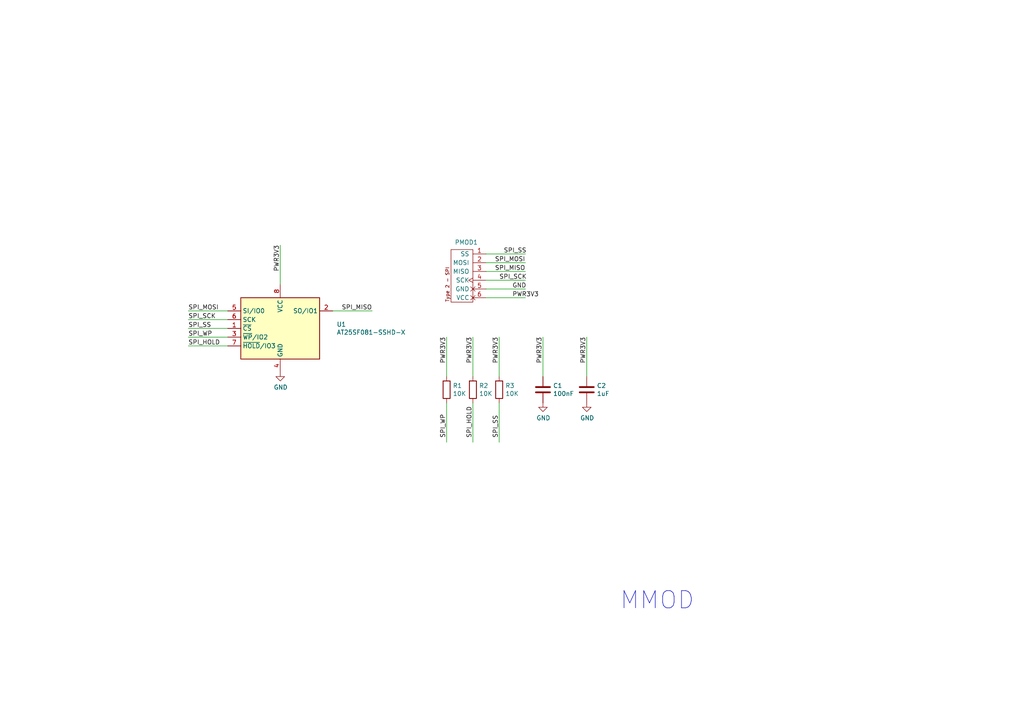
<source format=kicad_sch>
(kicad_sch (version 20211123) (generator eeschema)
  (paper "A4")
  (title_block (title "LD-MMOD-SOIC8W") (date "2023-11-13") (rev "V0") (company "Copyright © 2023 Lone Dynamics Corporation"))
  (lib_symbols
    (symbol "Device:C" (pin_numbers hide) (pin_names (offset 0.254))
      (property "Reference" "C" (at 0.635 2.54 0))
      (property "Value" "C" (at 0.635 -2.54 0))
      (symbol "C_0_1"
        (polyline (pts (xy -2.032 -0.762) (xy 2.032 -0.762)) (stroke (width 0.508)))
        (polyline (pts (xy -2.032 0.762) (xy 2.032 0.762)) (stroke (width 0.508)))
      )
      (symbol "C_1_1"
        (pin passive line (at 0 3.81 270) (length 2.794) (name "~") (number "1"))
        (pin passive line (at 0 -3.81 90) (length 2.794) (name "~") (number "2"))
      )
    )
    (symbol "Device:R" (pin_numbers hide) (pin_names (offset 0))
      (property "Reference" "R" (at 2.032 0 90))
      (property "Value" "R" (at 0 0 90))
      (symbol "R_0_1"
        (rectangle (start -1.016 -2.54) (end 1.016 2.54) (stroke (width 0.254)))
      )
      (symbol "R_1_1"
        (pin passive line (at 0 3.81 270) (length 1.27) (name "~") (number "1"))
        (pin passive line (at 0 -3.81 90) (length 1.27) (name "~") (number "2"))
      )
    )
    (symbol "Memory_Flash:AT25SF081-SSHD-X"
      (property "Reference" "U" (at 2.54 12.7 0))
      (property "Value" "AT25SF081-SSHD-X" (at 10.16 10.16 0))
      (symbol "AT25SF081-SSHD-X_1_1"
        (rectangle (start -11.43 8.89) (end 11.43 -8.89) (stroke (width 0.254)) (fill (type background)))
        (pin input line (at -15.24 0 0) (length 3.81) (name "~{CS}") (number "1"))
        (pin bidirectional line (at 15.24 5.08 180) (length 3.81) (name "SO/IO1") (number "2"))
        (pin bidirectional line (at -15.24 -2.54 0) (length 3.81) (name "~{WP}/IO2") (number "3"))
        (pin power_in line (at 0 -12.7 90) (length 3.81) (name "GND") (number "4"))
        (pin bidirectional line (at -15.24 5.08 0) (length 3.81) (name "SI/IO0") (number "5"))
        (pin input line (at -15.24 2.54 0) (length 3.81) (name "SCK") (number "6"))
        (pin bidirectional line (at -15.24 -5.08 0) (length 3.81) (name "~{HOLD}/IO3") (number "7"))
        (pin power_in line (at 0 12.7 270) (length 3.81) (name "VCC") (number "8"))
      )
    )
    (symbol "pmod:PMOD-Device-x1-Type-2-SPI" (pin_names (offset 1.016))
      (property "Reference" "PMOD" (at -3.302 -1.27 0))
      (symbol "PMOD-Device-x1-Type-2-SPI_0_0"
        (text "Type 2 - SPI" (at -7.366 0 900) (effects (font (size 0.9906 0.9906)) (justify left)))
      )
      (symbol "PMOD-Device-x1-Type-2-SPI_0_1"
        (rectangle (start 0 15.24) (end -6.35 0))
      )
      (symbol "PMOD-Device-x1-Type-2-SPI_1_1"
        (pin output line (at 3.81 13.97 180) (length 3.81) (name "SS") (number "1"))
        (pin output line (at 3.81 11.43 180) (length 3.81) (name "MOSI") (number "2"))
        (pin input line (at 3.81 8.89 180) (length 3.81) (name "MISO") (number "3"))
        (pin output clock (at 3.81 6.35 180) (length 3.81) (name "SCK") (number "4"))
        (pin power_out non_logic (at 3.81 3.81 180) (length 3.81) (name "GND") (number "5"))
        (pin power_out non_logic (at 3.81 1.27 180) (length 3.81) (name "VCC") (number "6"))
      )
    )
    (symbol "power:GND" (power) (pin_names (offset 0))
      (property "Value" "GND" (at 0 -3.81 0))
      (symbol "GND_0_1"
        (polyline (pts (xy 0 0) (xy 0 -1.27) (xy 1.27 -1.27) (xy 0 -2.54) (xy -1.27 -1.27) (xy 0 -1.27)))
      )
      (symbol "GND_1_1"
        (pin power_in line (at 0 0 270) (length 0) hide (name "GND") (number "1"))
      )
    )
  )
  (wire (pts (xy 129.54 128.27) (xy 129.54 116.84)))
  (wire (pts (xy 137.16 128.27) (xy 137.16 116.84)))
  (wire (pts (xy 107.95 90.17) (xy 96.52 90.17)))
  (wire (pts (xy 137.16 109.22) (xy 137.16 97.79)))
  (wire (pts (xy 66.04 100.33) (xy 54.61 100.33)))
  (wire (pts (xy 66.04 92.71) (xy 54.61 92.71)))
  (wire (pts (xy 152.4 76.2) (xy 140.97 76.2)))
  (wire (pts (xy 66.04 90.17) (xy 54.61 90.17)))
  (wire (pts (xy 66.04 97.79) (xy 54.61 97.79)))
  (wire (pts (xy 152.4 81.28) (xy 140.97 81.28)))
  (wire (pts (xy 129.54 109.22) (xy 129.54 97.79)))
  (wire (pts (xy 66.04 95.25) (xy 54.61 95.25)))
  (wire (pts (xy 152.4 86.36) (xy 140.97 86.36)))
  (wire (pts (xy 157.48 109.22) (xy 157.48 97.79)))
  (wire (pts (xy 152.4 78.74) (xy 140.97 78.74)))
  (wire (pts (xy 170.18 109.22) (xy 170.18 97.79)))
  (wire (pts (xy 144.78 109.22) (xy 144.78 97.79)))
  (wire (pts (xy 152.4 83.82) (xy 140.97 83.82)))
  (wire (pts (xy 144.78 128.27) (xy 144.78 116.84)))
  (wire (pts (xy 152.4 73.66) (xy 140.97 73.66)))
  (wire (pts (xy 81.28 82.55) (xy 81.28 71.12)))
  (text "MMOD" (at 179.705 177.165 0) (effects (font (size 5 5)) (justify left bottom)))
  (label "SPI_SS" (at 54.61 95.25 0))
  (label "SPI_MOSI" (at 143.51 76.2 0))
  (label "SPI_WP" (at 129.54 127 90))
  (label "SPI_SCK" (at 144.78 81.28 0))
  (label "PWR3V3" (at 157.48 105.41 90))
  (label "PWR3V3" (at 129.54 105.41 90))
  (label "SPI_MOSI" (at 54.61 90.17 0))
  (label "SPI_HOLD" (at 54.61 100.33 0))
  (label "SPI_WP" (at 54.61 97.79 0))
  (label "SPI_SS" (at 146.05 73.66 0))
  (label "SPI_HOLD" (at 137.16 127 90))
  (label "PWR3V3" (at 144.78 105.41 90))
  (label "PWR3V3" (at 81.28 78.74 90))
  (label "SPI_MISO" (at 99.06 90.17 0))
  (label "SPI_MISO" (at 143.51 78.74 0))
  (label "SPI_SS" (at 144.78 127 90))
  (label "PWR3V3" (at 170.18 105.41 90))
  (label "SPI_SCK" (at 54.61 92.71 0))
  (label "GND" (at 148.59 83.82 0))
  (label "PWR3V3" (at 148.59 86.36 0))
  (label "PWR3V3" (at 137.16 105.41 90))
  (symbol (lib_id "Memory_Flash:AT25SF081-SSHD-X") (at 81.28 95.25 0) (unit 1)
    (property "Reference" "U1" (at 97.6376 94.0816 0) (effects (justify left)))
    (property "Value" "AT25SF081-SSHD-X" (at 97.6376 96.393 0) (effects (justify left)))
    (property "Footprint" "Package_SO:SOIC-8W_5.3x5.3mm_P1.27mm" (effects hide))
    (property "Datasheet" "https://www.adestotech.com/wp-content/uploads/DS-AT25SF081_045.pdf" (effects hide))
  )
  (symbol (lib_id "pmod:PMOD-Device-x1-Type-2-SPI") (at 137.16 87.63 0) (unit 1)
    (property "Reference" "PMOD1" (at 135.255 70.2818 0))
    (property "Value" "PMOD-Device-x1-Type-2-SPI" (effects hide))
    (property "Footprint" "Connector_PinHeader_2.54mm:PinHeader_1x06_P2.54mm_Horizontal" (effects hide))
  )
  (symbol (lib_id "Device:R") (at 129.54 113.03 0) (unit 1)
    (property "Reference" "R1" (at 131.318 111.8616 0) (effects (justify left)))
    (property "Value" "10K" (at 131.318 114.173 0) (effects (justify left)))
    (property "Footprint" "Resistor_SMD:R_0603_1608Metric" (effects hide))
  )
  (symbol (lib_id "Device:R") (at 137.16 113.03 0) (unit 1)
    (property "Reference" "R2" (at 138.938 111.8616 0) (effects (justify left)))
    (property "Value" "10K" (at 138.938 114.173 0) (effects (justify left)))
    (property "Footprint" "Resistor_SMD:R_0603_1608Metric" (effects hide))
  )
  (symbol (lib_id "Device:R") (at 144.78 113.03 0) (unit 1)
    (property "Reference" "R3" (at 146.558 111.8616 0) (effects (justify left)))
    (property "Value" "10K" (at 146.558 114.173 0) (effects (justify left)))
    (property "Footprint" "Resistor_SMD:R_0603_1608Metric" (effects hide))
  )
  (symbol (lib_id "Device:C") (at 157.48 113.03 0) (unit 1)
    (property "Reference" "C1" (at 160.401 111.8616 0) (effects (justify left)))
    (property "Value" "100nF" (at 160.401 114.173 0) (effects (justify left)))
    (property "Footprint" "Capacitor_SMD:C_0603_1608Metric" (effects hide))
  )
  (symbol (lib_id "power:GND") (at 157.48 116.84 0) (unit 1)
    (property "Reference" "#PWR0101" (effects hide))
    (property "Value" "GND" (at 157.607 121.2342 0))
  )
  (symbol (lib_id "power:GND") (at 81.28 107.95 0) (unit 1)
    (property "Reference" "#PWR0102" (effects hide))
    (property "Value" "GND" (at 81.407 112.3442 0))
  )
  (symbol (lib_id "Device:C") (at 170.18 113.03 0) (unit 1)
    (property "Reference" "C2" (at 173.101 111.8616 0) (effects (justify left)))
    (property "Value" "1uF" (at 173.101 114.173 0) (effects (justify left)))
    (property "Footprint" "Capacitor_SMD:C_0603_1608Metric" (effects hide))
  )
  (symbol (lib_id "power:GND") (at 170.18 116.84 0) (unit 1)
    (property "Reference" "#PWR0103" (effects hide))
    (property "Value" "GND" (at 170.307 121.2342 0))
  )
)
</source>
